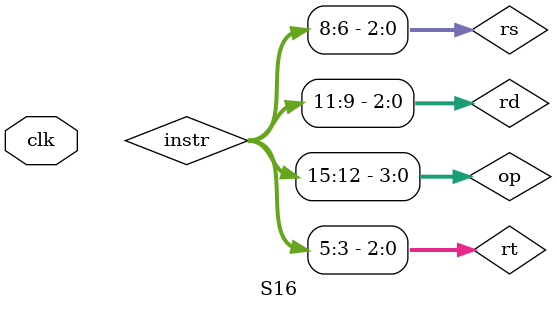
<source format=v>
module S16(input clk);
reg [15:0] PC=0;
wire [15:0] instr;
imem IM(PC,instr);

wire [3:0] op = instr[15:12];
wire [2:0] rd=instr[11:9], rs=instr[8:6], rt=instr[5:3];

wire RW,MW; wire [3:0] aluop;
control CU(op,RW,MW,aluop);

wire [15:0] A,B,Y;
regfile RF(clk,RW,rs,rt,rd,Y,A,B);
alu ALU(A,B,aluop,Y);

always @(posedge clk) PC<=PC+1;
endmodule


</source>
